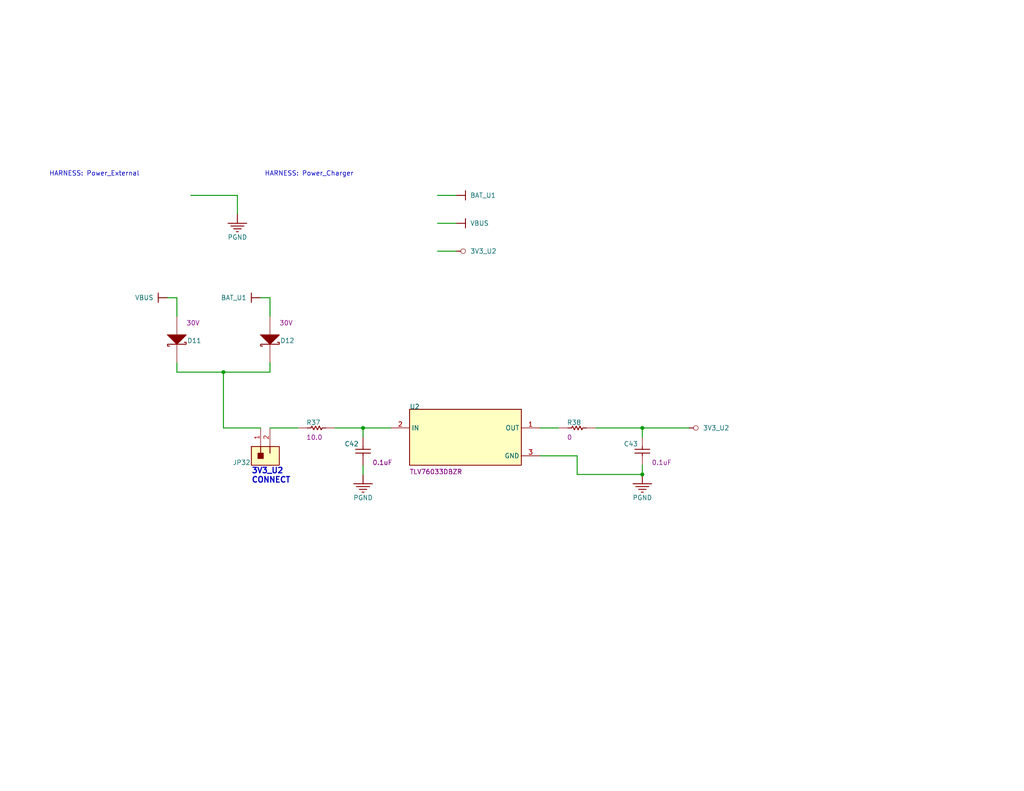
<source format=kicad_sch>
(kicad_sch (version 20211123) (generator eeschema)

  (uuid 955c3dd4-9ecb-4431-b5e7-31e5ef318d04)

  (paper "A")

  (lib_symbols
    (symbol "Top-altium-import:0_CMP-0017299-3" (in_bom yes) (on_board yes)
      (property "Reference" "" (id 0) (at 0 0 0)
        (effects (font (size 1.27 1.27)))
      )
      (property "Value" "0_CMP-0017299-3" (id 1) (at 0 0 0)
        (effects (font (size 1.27 1.27)))
      )
      (property "Footprint" "" (id 2) (at 0 0 0)
        (effects (font (size 1.27 1.27)) hide)
      )
      (property "Datasheet" "" (id 3) (at 0 0 0)
        (effects (font (size 1.27 1.27)) hide)
      )
      (property "ki_description" "RES, 10.0, 1%, 0.25 W, AEC-Q200 Grade 0, 1206" (id 4) (at 0 0 0)
        (effects (font (size 1.27 1.27)) hide)
      )
      (property "ki_fp_filters" "1206" (id 5) (at 0 0 0)
        (effects (font (size 1.27 1.27)) hide)
      )
      (symbol "0_CMP-0017299-3_1_0"
        (polyline
          (pts
            (xy 2.54 0)
            (xy 1.524 0)
            (xy 1.27 -0.508)
            (xy 0.762 0.508)
            (xy 0.254 -0.508)
            (xy -0.254 0.508)
            (xy -0.762 -0.508)
            (xy -1.27 0.508)
            (xy -1.524 0)
            (xy -2.54 0)
          )
          (stroke (width 0.254) (type default) (color 0 0 0 0))
          (fill (type none))
        )
        (pin passive line (at -5.08 0 0) (length 2.54)
          (name "1" (effects (font (size 0 0))))
          (number "1" (effects (font (size 0 0))))
        )
        (pin passive line (at 5.08 0 180) (length 2.54)
          (name "2" (effects (font (size 0 0))))
          (number "2" (effects (font (size 0 0))))
        )
      )
    )
    (symbol "Top-altium-import:0_CMP-0020833-2" (in_bom yes) (on_board yes)
      (property "Reference" "" (id 0) (at 0 0 0)
        (effects (font (size 1.27 1.27)))
      )
      (property "Value" "0_CMP-0020833-2" (id 1) (at 0 0 0)
        (effects (font (size 1.27 1.27)))
      )
      (property "Footprint" "" (id 2) (at 0 0 0)
        (effects (font (size 1.27 1.27)) hide)
      )
      (property "Datasheet" "" (id 3) (at 0 0 0)
        (effects (font (size 1.27 1.27)) hide)
      )
      (property "ki_description" "RES, 0, 1%, 0.5 W, 0805" (id 4) (at 0 0 0)
        (effects (font (size 1.27 1.27)) hide)
      )
      (property "ki_fp_filters" "5106" (id 5) (at 0 0 0)
        (effects (font (size 1.27 1.27)) hide)
      )
      (symbol "0_CMP-0020833-2_1_0"
        (polyline
          (pts
            (xy 2.54 0)
            (xy 1.524 0)
            (xy 1.27 -0.508)
            (xy 0.762 0.508)
            (xy 0.254 -0.508)
            (xy -0.254 0.508)
            (xy -0.762 -0.508)
            (xy -1.27 0.508)
            (xy -1.524 0)
            (xy -2.54 0)
          )
          (stroke (width 0.254) (type default) (color 0 0 0 0))
          (fill (type none))
        )
        (pin passive line (at -5.08 0 0) (length 2.54)
          (name "1" (effects (font (size 0 0))))
          (number "1" (effects (font (size 0 0))))
        )
        (pin passive line (at 5.08 0 180) (length 2.54)
          (name "2" (effects (font (size 0 0))))
          (number "2" (effects (font (size 0 0))))
        )
      )
    )
    (symbol "Top-altium-import:0_CMP-0074893-1" (in_bom yes) (on_board yes)
      (property "Reference" "" (id 0) (at 0 0 0)
        (effects (font (size 1.27 1.27)))
      )
      (property "Value" "0_CMP-0074893-1" (id 1) (at 0 0 0)
        (effects (font (size 1.27 1.27)))
      )
      (property "Footprint" "" (id 2) (at 0 0 0)
        (effects (font (size 1.27 1.27)) hide)
      )
      (property "Datasheet" "" (id 3) (at 0 0 0)
        (effects (font (size 1.27 1.27)) hide)
      )
      (property "ki_description" "100-mA, 30-V, Fixed-Output, Linear-Voltage Regulator, DBZ0003A (SOT-23-3)" (id 4) (at 0 0 0)
        (effects (font (size 1.27 1.27)) hide)
      )
      (property "ki_fp_filters" "DBZ0003A_N" (id 5) (at 0 0 0)
        (effects (font (size 1.27 1.27)) hide)
      )
      (symbol "0_CMP-0074893-1_1_0"
        (rectangle (start 15.24 7.62) (end -15.24 -7.62)
          (stroke (width 0.254) (type default) (color 0 0 0 0))
          (fill (type background))
        )
        (pin power_in line (at 20.32 2.54 180) (length 5.08)
          (name "OUT" (effects (font (size 1.27 1.27))))
          (number "1" (effects (font (size 1.27 1.27))))
        )
        (pin power_in line (at -20.32 2.54 0) (length 5.08)
          (name "IN" (effects (font (size 1.27 1.27))))
          (number "2" (effects (font (size 1.27 1.27))))
        )
        (pin power_in line (at 20.32 -5.08 180) (length 5.08)
          (name "GND" (effects (font (size 1.27 1.27))))
          (number "3" (effects (font (size 1.27 1.27))))
        )
      )
    )
    (symbol "Top-altium-import:1_CMP-0028455-2" (in_bom yes) (on_board yes)
      (property "Reference" "" (id 0) (at 0 0 0)
        (effects (font (size 1.27 1.27)))
      )
      (property "Value" "1_CMP-0028455-2" (id 1) (at 0 0 0)
        (effects (font (size 1.27 1.27)))
      )
      (property "Footprint" "" (id 2) (at 0 0 0)
        (effects (font (size 1.27 1.27)) hide)
      )
      (property "Datasheet" "" (id 3) (at 0 0 0)
        (effects (font (size 1.27 1.27)) hide)
      )
      (property "ki_description" "Diode, Schottky, 30 V, 0.2 A, SOD-323" (id 4) (at 0 0 0)
        (effects (font (size 1.27 1.27)) hide)
      )
      (property "ki_fp_filters" "SOD-323" (id 5) (at 0 0 0)
        (effects (font (size 1.27 1.27)) hide)
      )
      (symbol "1_CMP-0028455-2_1_0"
        (polyline
          (pts
            (xy -2.54 2.54)
            (xy 0 0)
            (xy 2.54 2.54)
            (xy -2.54 2.54)
          )
          (stroke (width 0.254) (type default) (color 0 0 0 0))
          (fill (type outline))
        )
        (polyline
          (pts
            (xy -2.032 -0.508)
            (xy -2.54 -0.508)
            (xy -2.54 0)
            (xy 2.54 0)
            (xy 2.54 0.508)
            (xy 2.032 0.508)
          )
          (stroke (width 0.254) (type default) (color 0 0 0 0))
          (fill (type none))
        )
        (pin passive line (at 0 -5.08 90) (length 5.08)
          (name "K" (effects (font (size 0 0))))
          (number "1" (effects (font (size 0 0))))
        )
        (pin passive line (at 0 7.62 270) (length 5.08)
          (name "A" (effects (font (size 0 0))))
          (number "2" (effects (font (size 0 0))))
        )
      )
    )
    (symbol "Top-altium-import:3V3_U2" (power) (in_bom yes) (on_board yes)
      (property "Reference" "#PWR" (id 0) (at 0 0 0)
        (effects (font (size 1.27 1.27)))
      )
      (property "Value" "3V3_U2" (id 1) (at 0 3.81 0)
        (effects (font (size 1.27 1.27)))
      )
      (property "Footprint" "" (id 2) (at 0 0 0)
        (effects (font (size 1.27 1.27)) hide)
      )
      (property "Datasheet" "" (id 3) (at 0 0 0)
        (effects (font (size 1.27 1.27)) hide)
      )
      (property "ki_keywords" "power-flag" (id 4) (at 0 0 0)
        (effects (font (size 1.27 1.27)) hide)
      )
      (property "ki_description" "Power symbol creates a global label with name '3V3_U2'" (id 5) (at 0 0 0)
        (effects (font (size 1.27 1.27)) hide)
      )
      (symbol "3V3_U2_0_0"
        (circle (center 0 -1.905) (radius 0.635)
          (stroke (width 0.127) (type default) (color 0 0 0 0))
          (fill (type none))
        )
        (polyline
          (pts
            (xy 0 0)
            (xy 0 -1.27)
          )
          (stroke (width 0.254) (type default) (color 0 0 0 0))
          (fill (type none))
        )
        (pin power_in line (at 0 0 0) (length 0) hide
          (name "3V3_U2" (effects (font (size 1.27 1.27))))
          (number "" (effects (font (size 1.27 1.27))))
        )
      )
    )
    (symbol "Top-altium-import:3_CMP-0006607-2" (in_bom yes) (on_board yes)
      (property "Reference" "" (id 0) (at 0 0 0)
        (effects (font (size 1.27 1.27)))
      )
      (property "Value" "3_CMP-0006607-2" (id 1) (at 0 0 0)
        (effects (font (size 1.27 1.27)))
      )
      (property "Footprint" "" (id 2) (at 0 0 0)
        (effects (font (size 1.27 1.27)) hide)
      )
      (property "Datasheet" "" (id 3) (at 0 0 0)
        (effects (font (size 1.27 1.27)) hide)
      )
      (property "ki_description" "CAP, CERM, 0.1 uF, 25 V, +/- 10%, X5R, 0402" (id 4) (at 0 0 0)
        (effects (font (size 1.27 1.27)) hide)
      )
      (property "ki_fp_filters" "0402L" (id 5) (at 0 0 0)
        (effects (font (size 1.27 1.27)) hide)
      )
      (symbol "3_CMP-0006607-2_1_0"
        (polyline
          (pts
            (xy 0 -2.54)
            (xy 0 -1.778)
          )
          (stroke (width 0.254) (type default) (color 0 0 0 0))
          (fill (type none))
        )
        (polyline
          (pts
            (xy 0 0)
            (xy 0 -0.762)
          )
          (stroke (width 0.254) (type default) (color 0 0 0 0))
          (fill (type none))
        )
        (polyline
          (pts
            (xy 2.032 -1.778)
            (xy -2.032 -1.778)
          )
          (stroke (width 0.254) (type default) (color 0 0 0 0))
          (fill (type none))
        )
        (polyline
          (pts
            (xy 2.032 -0.762)
            (xy -2.032 -0.762)
          )
          (stroke (width 0.254) (type default) (color 0 0 0 0))
          (fill (type none))
        )
        (pin passive line (at 0 -5.08 90) (length 2.54)
          (name "1" (effects (font (size 0 0))))
          (number "1" (effects (font (size 0 0))))
        )
        (pin passive line (at 0 2.54 270) (length 2.54)
          (name "2" (effects (font (size 0 0))))
          (number "2" (effects (font (size 0 0))))
        )
      )
    )
    (symbol "Top-altium-import:3_mirrored_CMP-0002337-1" (in_bom yes) (on_board yes)
      (property "Reference" "" (id 0) (at 0 0 0)
        (effects (font (size 1.27 1.27)))
      )
      (property "Value" "3_mirrored_CMP-0002337-1" (id 1) (at 0 0 0)
        (effects (font (size 1.27 1.27)))
      )
      (property "Footprint" "" (id 2) (at 0 0 0)
        (effects (font (size 1.27 1.27)) hide)
      )
      (property "Datasheet" "" (id 3) (at 0 0 0)
        (effects (font (size 1.27 1.27)) hide)
      )
      (property "ki_description" "Header, 100mil, 2x1, Tin, TH" (id 4) (at 0 0 0)
        (effects (font (size 1.27 1.27)) hide)
      )
      (property "ki_fp_filters" "CONN_PEC02SAAN" (id 5) (at 0 0 0)
        (effects (font (size 1.27 1.27)) hide)
      )
      (symbol "3_mirrored_CMP-0002337-1_1_0"
        (polyline
          (pts
            (xy 0 0)
            (xy 0 -1.778)
          )
          (stroke (width 0.254) (type default) (color 0 0 0 0))
          (fill (type none))
        )
        (polyline
          (pts
            (xy 2.54 0)
            (xy 2.54 -1.778)
          )
          (stroke (width 0.254) (type default) (color 0 0 0 0))
          (fill (type none))
        )
        (rectangle (start 0.762 -1.778) (end -0.762 -3.302)
          (stroke (width 0) (type default) (color 0 0 0 0))
          (fill (type outline))
        )
        (rectangle (start 5.08 0) (end -2.54 -5.08)
          (stroke (width 0.254) (type default) (color 0 0 0 0))
          (fill (type background))
        )
        (pin passive line (at 0 5.08 270) (length 5.08)
          (name "1" (effects (font (size 0 0))))
          (number "1" (effects (font (size 1.27 1.27))))
        )
        (pin passive line (at 2.54 5.08 270) (length 5.08)
          (name "2" (effects (font (size 0 0))))
          (number "2" (effects (font (size 1.27 1.27))))
        )
      )
    )
    (symbol "Top-altium-import:BAT_U1" (power) (in_bom yes) (on_board yes)
      (property "Reference" "#PWR" (id 0) (at 0 0 0)
        (effects (font (size 1.27 1.27)))
      )
      (property "Value" "BAT_U1" (id 1) (at 0 3.81 0)
        (effects (font (size 1.27 1.27)))
      )
      (property "Footprint" "" (id 2) (at 0 0 0)
        (effects (font (size 1.27 1.27)) hide)
      )
      (property "Datasheet" "" (id 3) (at 0 0 0)
        (effects (font (size 1.27 1.27)) hide)
      )
      (property "ki_keywords" "power-flag" (id 4) (at 0 0 0)
        (effects (font (size 1.27 1.27)) hide)
      )
      (property "ki_description" "Power symbol creates a global label with name 'BAT_U1'" (id 5) (at 0 0 0)
        (effects (font (size 1.27 1.27)) hide)
      )
      (symbol "BAT_U1_0_0"
        (polyline
          (pts
            (xy -1.27 -2.54)
            (xy 1.27 -2.54)
          )
          (stroke (width 0.254) (type default) (color 0 0 0 0))
          (fill (type none))
        )
        (polyline
          (pts
            (xy 0 0)
            (xy 0 -2.54)
          )
          (stroke (width 0.254) (type default) (color 0 0 0 0))
          (fill (type none))
        )
        (pin power_in line (at 0 0 0) (length 0) hide
          (name "BAT_U1" (effects (font (size 1.27 1.27))))
          (number "" (effects (font (size 1.27 1.27))))
        )
      )
    )
    (symbol "Top-altium-import:PGND" (power) (in_bom yes) (on_board yes)
      (property "Reference" "#PWR" (id 0) (at 0 0 0)
        (effects (font (size 1.27 1.27)))
      )
      (property "Value" "PGND" (id 1) (at 0 6.35 0)
        (effects (font (size 1.27 1.27)))
      )
      (property "Footprint" "" (id 2) (at 0 0 0)
        (effects (font (size 1.27 1.27)) hide)
      )
      (property "Datasheet" "" (id 3) (at 0 0 0)
        (effects (font (size 1.27 1.27)) hide)
      )
      (property "ki_keywords" "power-flag" (id 4) (at 0 0 0)
        (effects (font (size 1.27 1.27)) hide)
      )
      (property "ki_description" "Power symbol creates a global label with name 'PGND'" (id 5) (at 0 0 0)
        (effects (font (size 1.27 1.27)) hide)
      )
      (symbol "PGND_0_0"
        (polyline
          (pts
            (xy -2.54 -2.54)
            (xy 2.54 -2.54)
          )
          (stroke (width 0.254) (type default) (color 0 0 0 0))
          (fill (type none))
        )
        (polyline
          (pts
            (xy -1.778 -3.302)
            (xy 1.778 -3.302)
          )
          (stroke (width 0.254) (type default) (color 0 0 0 0))
          (fill (type none))
        )
        (polyline
          (pts
            (xy -1.016 -4.064)
            (xy 1.016 -4.064)
          )
          (stroke (width 0.254) (type default) (color 0 0 0 0))
          (fill (type none))
        )
        (polyline
          (pts
            (xy -0.254 -4.826)
            (xy 0.254 -4.826)
          )
          (stroke (width 0.254) (type default) (color 0 0 0 0))
          (fill (type none))
        )
        (polyline
          (pts
            (xy 0 0)
            (xy 0 -2.54)
          )
          (stroke (width 0.254) (type default) (color 0 0 0 0))
          (fill (type none))
        )
        (pin power_in line (at 0 0 0) (length 0) hide
          (name "PGND" (effects (font (size 1.27 1.27))))
          (number "" (effects (font (size 1.27 1.27))))
        )
      )
    )
    (symbol "Top-altium-import:VBUS" (power) (in_bom yes) (on_board yes)
      (property "Reference" "#PWR" (id 0) (at 0 0 0)
        (effects (font (size 1.27 1.27)))
      )
      (property "Value" "VBUS" (id 1) (at 0 3.81 0)
        (effects (font (size 1.27 1.27)))
      )
      (property "Footprint" "" (id 2) (at 0 0 0)
        (effects (font (size 1.27 1.27)) hide)
      )
      (property "Datasheet" "" (id 3) (at 0 0 0)
        (effects (font (size 1.27 1.27)) hide)
      )
      (property "ki_keywords" "power-flag" (id 4) (at 0 0 0)
        (effects (font (size 1.27 1.27)) hide)
      )
      (property "ki_description" "Power symbol creates a global label with name 'VBUS'" (id 5) (at 0 0 0)
        (effects (font (size 1.27 1.27)) hide)
      )
      (symbol "VBUS_0_0"
        (polyline
          (pts
            (xy -1.27 -2.54)
            (xy 1.27 -2.54)
          )
          (stroke (width 0.254) (type default) (color 0 0 0 0))
          (fill (type none))
        )
        (polyline
          (pts
            (xy 0 0)
            (xy 0 -2.54)
          )
          (stroke (width 0.254) (type default) (color 0 0 0 0))
          (fill (type none))
        )
        (pin power_in line (at 0 0 0) (length 0) hide
          (name "VBUS" (effects (font (size 1.27 1.27))))
          (number "" (effects (font (size 1.27 1.27))))
        )
      )
    )
  )

  (junction (at 175.26 116.84) (diameter 0) (color 0 0 0 0)
    (uuid 440a9c52-8cd1-4c3a-afef-e3c04f9e687a)
  )
  (junction (at 175.26 129.54) (diameter 0) (color 0 0 0 0)
    (uuid 8d1a832b-c84f-4c84-8d10-e2723406770d)
  )
  (junction (at 60.96 101.6) (diameter 0) (color 0 0 0 0)
    (uuid c7724599-2628-4cfd-9c1b-6a0d30b20ab4)
  )
  (junction (at 99.06 116.84) (diameter 0) (color 0 0 0 0)
    (uuid c8f403b0-403f-475d-9998-0cd58ae9af20)
  )

  (wire (pts (xy 175.26 116.84) (xy 175.26 119.38))
    (stroke (width 0.254) (type default) (color 0 0 0 0))
    (uuid 0d98f807-f628-45b5-9e49-5841d9d08a7d)
  )
  (wire (pts (xy 162.56 116.84) (xy 175.26 116.84))
    (stroke (width 0.254) (type default) (color 0 0 0 0))
    (uuid 0e768c59-91f5-4ebb-aa5c-50705a1751e1)
  )
  (wire (pts (xy 64.77 58.42) (xy 64.77 53.34))
    (stroke (width 0.254) (type default) (color 0 0 0 0))
    (uuid 0ff960a2-e535-4979-bb63-e9add5813571)
  )
  (wire (pts (xy 71.12 81.28) (xy 73.66 81.28))
    (stroke (width 0.254) (type default) (color 0 0 0 0))
    (uuid 14ba4648-81e0-4bf0-b533-90c633d8e320)
  )
  (wire (pts (xy 45.72 81.28) (xy 48.26 81.28))
    (stroke (width 0.254) (type default) (color 0 0 0 0))
    (uuid 21cb54fd-83ba-4b70-a7fe-2af3593c1e6e)
  )
  (wire (pts (xy 124.46 60.96) (xy 119.38 60.96))
    (stroke (width 0.254) (type default) (color 0 0 0 0))
    (uuid 21d09728-5cff-4458-a44d-a1615427e12f)
  )
  (wire (pts (xy 99.06 127) (xy 99.06 129.54))
    (stroke (width 0.254) (type default) (color 0 0 0 0))
    (uuid 2496b4df-cd94-426a-9c0d-645d5309cc29)
  )
  (wire (pts (xy 60.96 101.6) (xy 60.96 116.84))
    (stroke (width 0.254) (type default) (color 0 0 0 0))
    (uuid 289350be-20c0-403d-82de-e1c4824e8bd0)
  )
  (wire (pts (xy 106.68 116.84) (xy 99.06 116.84))
    (stroke (width 0.254) (type default) (color 0 0 0 0))
    (uuid 2a1c582f-2a8f-46be-943b-a19210bafb26)
  )
  (wire (pts (xy 60.96 101.6) (xy 48.26 101.6))
    (stroke (width 0.254) (type default) (color 0 0 0 0))
    (uuid 2e659b96-6f02-4491-a374-f86894454697)
  )
  (wire (pts (xy 81.28 116.84) (xy 73.66 116.84))
    (stroke (width 0.254) (type default) (color 0 0 0 0))
    (uuid 4ee42bb6-a431-4fd0-8511-e82c0d901863)
  )
  (wire (pts (xy 48.26 101.6) (xy 48.26 99.06))
    (stroke (width 0.254) (type default) (color 0 0 0 0))
    (uuid 4fcf46ab-7024-426f-a304-a318752dc650)
  )
  (wire (pts (xy 48.26 81.28) (xy 48.26 86.36))
    (stroke (width 0.254) (type default) (color 0 0 0 0))
    (uuid 558db20c-fca8-4177-98b3-411ddb64c160)
  )
  (wire (pts (xy 119.38 53.34) (xy 124.46 53.34))
    (stroke (width 0.254) (type default) (color 0 0 0 0))
    (uuid 6767fbc9-efbe-4e2a-acd9-c9171bdc449e)
  )
  (wire (pts (xy 64.77 53.34) (xy 52.07 53.34))
    (stroke (width 0.254) (type default) (color 0 0 0 0))
    (uuid 69dd1d4b-1482-44f3-9016-029cf525716e)
  )
  (wire (pts (xy 73.66 81.28) (xy 73.66 86.36))
    (stroke (width 0.254) (type default) (color 0 0 0 0))
    (uuid 8095e9a7-a8dc-41f7-a992-dd598fd86322)
  )
  (wire (pts (xy 157.48 129.54) (xy 175.26 129.54))
    (stroke (width 0.254) (type default) (color 0 0 0 0))
    (uuid 80d0941f-3b5f-4b5e-9696-112ed0f23a5b)
  )
  (wire (pts (xy 99.06 119.38) (xy 99.06 116.84))
    (stroke (width 0.254) (type default) (color 0 0 0 0))
    (uuid 873b8790-aa11-4b06-abe0-3b1725ff126c)
  )
  (wire (pts (xy 147.32 116.84) (xy 152.4 116.84))
    (stroke (width 0.254) (type default) (color 0 0 0 0))
    (uuid 8ec4c9c5-67a0-4ce8-8973-e5ced857e7ce)
  )
  (wire (pts (xy 175.26 116.84) (xy 187.96 116.84))
    (stroke (width 0.254) (type default) (color 0 0 0 0))
    (uuid ab51d2fc-4834-46b5-ba8d-e57ff2372f45)
  )
  (wire (pts (xy 73.66 99.06) (xy 73.66 101.6))
    (stroke (width 0.254) (type default) (color 0 0 0 0))
    (uuid b1f7849c-8f9b-478f-88af-a6a298285a31)
  )
  (wire (pts (xy 147.32 124.46) (xy 157.48 124.46))
    (stroke (width 0.254) (type default) (color 0 0 0 0))
    (uuid bb74ed1c-f079-4c43-9a36-88d6b31cccc6)
  )
  (wire (pts (xy 175.26 129.54) (xy 175.26 127))
    (stroke (width 0.254) (type default) (color 0 0 0 0))
    (uuid dd4c7de0-1e5d-4627-b745-c11ab23cbcf0)
  )
  (wire (pts (xy 157.48 124.46) (xy 157.48 129.54))
    (stroke (width 0.254) (type default) (color 0 0 0 0))
    (uuid ebdd575e-0754-42e6-a44b-fea0f174e845)
  )
  (wire (pts (xy 60.96 116.84) (xy 71.12 116.84))
    (stroke (width 0.254) (type default) (color 0 0 0 0))
    (uuid ef96edc4-ad2f-4d1c-bf05-0013ec2e979b)
  )
  (wire (pts (xy 73.66 101.6) (xy 60.96 101.6))
    (stroke (width 0.254) (type default) (color 0 0 0 0))
    (uuid efcbfdc3-d41b-4ec7-b71b-acb970b9c3f4)
  )
  (wire (pts (xy 99.06 116.84) (xy 91.44 116.84))
    (stroke (width 0.254) (type default) (color 0 0 0 0))
    (uuid f19e385d-0135-4ce6-b2c5-eb83c552c569)
  )
  (wire (pts (xy 124.46 68.58) (xy 119.38 68.58))
    (stroke (width 0.254) (type default) (color 0 0 0 0))
    (uuid f57017a9-b4d0-4c66-8264-3c8df031de4e)
  )

  (text "HARNESS: Power_Charger" (at 96.52 48.26 180)
    (effects (font (size 1.27 1.27)) (justify right bottom))
    (uuid 3b1f6330-05b4-43f5-9477-cf3d705f9b10)
  )
  (text "CONNECT" (at 68.58 132.08 180)
    (effects (font (size 1.524 1.524) bold) (justify left bottom))
    (uuid 63428d20-fe4d-4281-baf8-893061db79cf)
  )
  (text "HARNESS: Power_External" (at 38.1 48.26 180)
    (effects (font (size 1.27 1.27)) (justify right bottom))
    (uuid 9fb9deec-32b2-4fa2-917c-ed75f855d26c)
  )
  (text "3V3_U2" (at 68.58 129.54 180)
    (effects (font (size 1.524 1.524) bold) (justify left bottom))
    (uuid a70bab8b-37bb-437d-ac33-ff67df8148d8)
  )

  (symbol (lib_id "Top-altium-import:0_CMP-0020833-2") (at 157.48 116.84 0) (unit 1)
    (in_bom yes) (on_board yes)
    (uuid 02dc5e92-0842-4d6f-ad0a-567afa53a6e5)
    (property "Reference" "R38" (id 0) (at 154.686 116.078 0)
      (effects (font (size 1.27 1.27)) (justify left bottom))
    )
    (property "Value" "5106" (id 1) (at 156.21 120.65 0)
      (effects (font (size 1.27 1.27)) (justify left bottom) hide)
    )
    (property "Footprint" "AltiumImports:5106" (id 2) (at 157.48 116.84 0)
      (effects (font (size 1.27 1.27)) hide)
    )
    (property "Datasheet" "" (id 3) (at 157.48 116.84 0)
      (effects (font (size 1.27 1.27)) hide)
    )
    (property "POWER_W" "500mW" (id 4) (at 151.892 116.078 0)
      (effects (font (size 1.27 1.27)) (justify left bottom) hide)
    )
    (property "PUBLISHER" "Texas Instruments" (id 5) (at 151.892 116.078 0)
      (effects (font (size 1.27 1.27)) (justify left bottom) hide)
    )
    (property "TEMPCO" "ppm/C" (id 6) (at 151.892 116.078 0)
      (effects (font (size 1.27 1.27)) (justify left bottom) hide)
    )
    (property "PUBLISHED" "2008-06-26" (id 7) (at 151.892 116.078 0)
      (effects (font (size 1.27 1.27)) (justify left bottom) hide)
    )
    (property "VALUE_CODE" "0" (id 8) (at 151.892 116.078 0)
      (effects (font (size 1.27 1.27)) (justify left bottom) hide)
    )
    (property "ROHS" "Y" (id 9) (at 151.892 116.078 0)
      (effects (font (size 1.27 1.27)) (justify left bottom) hide)
    )
    (property "VALUE1" "1%" (id 10) (at 151.892 116.078 0)
      (effects (font (size 1.27 1.27)) (justify left bottom) hide)
    )
    (property "MOUNTTYPE" "SMT" (id 11) (at 151.892 116.078 0)
      (effects (font (size 1.27 1.27)) (justify left bottom) hide)
    )
    (property "U/M" "EA" (id 12) (at 151.892 116.078 0)
      (effects (font (size 1.27 1.27)) (justify left bottom) hide)
    )
    (property "ALTIUM_VALUE" "0" (id 13) (at 151.892 116.078 0)
      (effects (font (size 1.27 1.27)) (justify left bottom) hide)
    )
    (property "SUPPLIER 1" "Digi-Key" (id 14) (at 151.892 116.078 0)
      (effects (font (size 1.27 1.27)) (justify left bottom) hide)
    )
    (property "MANUFACTURER" "Keystone" (id 15) (at 151.892 116.078 0)
      (effects (font (size 1.27 1.27)) (justify left bottom) hide)
    )
    (property "PACKAGEREFERENCE" "0805" (id 16) (at 151.892 116.078 0)
      (effects (font (size 1.27 1.27)) (justify left bottom) hide)
    )
    (property "TOLERANCE_%" "1%" (id 17) (at 151.892 116.078 0)
      (effects (font (size 1.27 1.27)) (justify left bottom) hide)
    )
    (property "RES_OHM" "0" (id 18) (at 151.892 116.078 0)
      (effects (font (size 1.27 1.27)) (justify left bottom) hide)
    )
    (property "SIZEX_MM" "2" (id 19) (at 151.892 116.078 0)
      (effects (font (size 1.27 1.27)) (justify left bottom) hide)
    )
    (property "SIZEY_MM" "1.25" (id 20) (at 151.892 116.078 0)
      (effects (font (size 1.27 1.27)) (justify left bottom) hide)
    )
    (property "SIZEZ_MM" "0.84" (id 21) (at 151.892 116.078 0)
      (effects (font (size 1.27 1.27)) (justify left bottom) hide)
    )
    (property "VALUE2" "0.5W" (id 22) (at 151.892 116.078 0)
      (effects (font (size 1.27 1.27)) (justify left bottom) hide)
    )
    (property "SIZEAREA_MM2" "2.5" (id 23) (at 151.892 116.078 0)
      (effects (font (size 1.27 1.27)) (justify left bottom) hide)
    )
    (property "COMPTYPE" "Resistor" (id 24) (at 151.892 116.078 0)
      (effects (font (size 1.27 1.27)) (justify left bottom) hide)
    )
    (property "LATESTREVISIONDATE" "2017-03-09" (id 25) (at 151.892 116.078 0)
      (effects (font (size 1.27 1.27)) (justify left bottom) hide)
    )
    (property "PARTNUMBER" "5106" (id 26) (at 151.892 116.078 0)
      (effects (font (size 1.27 1.27)) (justify left bottom) hide)
    )
    (property "AEC QUALIFIED" "N" (id 27) (at 151.892 116.078 0)
      (effects (font (size 1.27 1.27)) (justify left bottom) hide)
    )
    (property "COMPONENTLINK1DESCRIPTION" "Datasheet link" (id 28) (at 151.892 116.078 0)
      (effects (font (size 1.27 1.27)) (justify left bottom) hide)
    )
    (property "AEC GRADE" "N/A" (id 29) (at 151.892 116.078 0)
      (effects (font (size 1.27 1.27)) (justify left bottom) hide)
    )
    (property "SUPPLIER PART NUMBER 1" "36-5106CT-ND" (id 30) (at 151.892 116.078 0)
      (effects (font (size 1.27 1.27)) (justify left bottom) hide)
    )
    (property "AEC CATEGORY" "Q200" (id 31) (at 151.892 116.078 0)
      (effects (font (size 1.27 1.27)) (justify left bottom) hide)
    )
    (property "TECHNOLOGY" "Metal Element" (id 32) (at 151.892 116.078 0)
      (effects (font (size 1.27 1.27)) (justify left bottom) hide)
    )
    (property "VALUEDISPLAYED" "0" (id 33) (at 154.686 120.142 0)
      (effects (font (size 1.27 1.27)) (justify left bottom))
    )
    (property "COMPONENTLINK1URL" "http://www.keyelco.com/product-pdf.cfm?p=14039" (id 34) (at 151.892 113.538 0)
      (effects (font (size 1.27 1.27)) (justify left bottom) hide)
    )
    (property "ALTERNATE MANUFACTURER" "" (id 35) (at 151.892 113.538 0)
      (effects (font (size 1.27 1.27)) (justify left bottom) hide)
    )
    (property "ALTERNATE PARTNUMBER" "" (id 36) (at 151.892 113.538 0)
      (effects (font (size 1.27 1.27)) (justify left bottom) hide)
    )
    (property "EIA_CODE" "" (id 37) (at 151.892 113.538 0)
      (effects (font (size 1.27 1.27)) (justify left bottom) hide)
    )
    (property "SUPPLIER 2" "" (id 38) (at 151.892 113.538 0)
      (effects (font (size 1.27 1.27)) (justify left bottom) hide)
    )
    (property "SUPPLIER 3" "" (id 39) (at 151.892 113.538 0)
      (effects (font (size 1.27 1.27)) (justify left bottom) hide)
    )
    (property "SUPPLIER PART NUMBER 2" "" (id 40) (at 151.892 113.538 0)
      (effects (font (size 1.27 1.27)) (justify left bottom) hide)
    )
    (property "SUPPLIER PART NUMBER 3" "" (id 41) (at 151.892 113.538 0)
      (effects (font (size 1.27 1.27)) (justify left bottom) hide)
    )
    (property "VDC_V" "" (id 42) (at 151.892 113.538 0)
      (effects (font (size 1.27 1.27)) (justify left bottom) hide)
    )
    (pin "1" (uuid d4002f7d-2931-45d2-abca-9d2ede828f33))
    (pin "2" (uuid 35c4d404-5fa3-4a4b-97c2-45d2a33b5a13))
  )

  (symbol (lib_id "Top-altium-import:3V3_U2") (at 124.46 68.58 90) (unit 1)
    (in_bom yes) (on_board yes)
    (uuid 03c3929a-bbd4-44ae-a1e9-64bb8d755118)
    (property "Reference" "#PWR0253" (id 0) (at 124.46 68.58 0)
      (effects (font (size 1.27 1.27)) hide)
    )
    (property "Value" "3V3_U2" (id 1) (at 128.27 68.58 90)
      (effects (font (size 1.27 1.27)) (justify right))
    )
    (property "Footprint" "" (id 2) (at 124.46 68.58 0)
      (effects (font (size 1.27 1.27)) hide)
    )
    (property "Datasheet" "" (id 3) (at 124.46 68.58 0)
      (effects (font (size 1.27 1.27)) hide)
    )
    (pin "" (uuid e67ac257-97d8-4418-9348-b57e304cb88f))
  )

  (symbol (lib_id "Top-altium-import:1_CMP-0028455-2") (at 73.66 93.98 0) (unit 1)
    (in_bom yes) (on_board yes)
    (uuid 041efd85-430c-43ca-ba02-58c4ee05ffa6)
    (property "Reference" "D12" (id 0) (at 76.454 93.726 0)
      (effects (font (size 1.27 1.27)) (justify left bottom))
    )
    (property "Value" "BAT54HT1G" (id 1) (at 76.454 96.266 0)
      (effects (font (size 1.27 1.27)) (justify left bottom) hide)
    )
    (property "Footprint" "AltiumImports:SOD-323" (id 2) (at 73.66 93.98 0)
      (effects (font (size 1.27 1.27)) hide)
    )
    (property "Datasheet" "" (id 3) (at 73.66 93.98 0)
      (effects (font (size 1.27 1.27)) hide)
    )
    (property "COMPONENTLINK1DESCRIPTION" "Datasheet link" (id 4) (at 70.866 85.852 0)
      (effects (font (size 1.27 1.27)) (justify left bottom) hide)
    )
    (property "COMPTYPE" "Diode" (id 5) (at 70.866 85.852 0)
      (effects (font (size 1.27 1.27)) (justify left bottom) hide)
    )
    (property "VR_V" "30V" (id 6) (at 76.2 88.9 0)
      (effects (font (size 1.27 1.27)) (justify left bottom))
    )
    (property "MOUNTTYPE" "SMT" (id 7) (at 70.866 85.852 0)
      (effects (font (size 1.27 1.27)) (justify left bottom) hide)
    )
    (property "ALTIUM_VALUE" "30V" (id 8) (at 70.866 85.852 0)
      (effects (font (size 1.27 1.27)) (justify left bottom) hide)
    )
    (property "RJC_CPERW" "" (id 9) (at 70.866 85.852 0)
      (effects (font (size 1.27 1.27)) (justify left bottom) hide)
    )
    (property "SIZEZ_MM" "1" (id 10) (at 70.866 85.852 0)
      (effects (font (size 1.27 1.27)) (justify left bottom) hide)
    )
    (property "COMPONENTLINK1URL" "http://www.onsemi.com/pub/Collateral/BAT54HT1-D.PDF" (id 11) (at 70.866 85.852 0)
      (effects (font (size 1.27 1.27)) (justify left bottom) hide)
    )
    (property "ALTERNATE MANUFACTURER" "" (id 12) (at 70.866 85.852 0)
      (effects (font (size 1.27 1.27)) (justify left bottom) hide)
    )
    (property "GREEN_EU ROHS" "Passed" (id 13) (at 70.866 85.852 0)
      (effects (font (size 1.27 1.27)) (justify left bottom) hide)
    )
    (property "VALUE1" "0.2A" (id 14) (at 70.866 85.852 0)
      (effects (font (size 1.27 1.27)) (justify left bottom) hide)
    )
    (property "ALTERNATE PARTNUMBER" "" (id 15) (at 70.866 85.852 0)
      (effects (font (size 1.27 1.27)) (justify left bottom) hide)
    )
    (property "SIZEAREAWB_MM2" "8.695" (id 16) (at 70.866 85.852 0)
      (effects (font (size 1.27 1.27)) (justify left bottom) hide)
    )
    (property "VF_V" "350mV" (id 17) (at 70.866 85.852 0)
      (effects (font (size 1.27 1.27)) (justify left bottom) hide)
    )
    (property "TYPE" "Schottky" (id 18) (at 70.866 85.852 0)
      (effects (font (size 1.27 1.27)) (justify left bottom) hide)
    )
    (property "IO_A" "200mA" (id 19) (at 70.866 85.852 0)
      (effects (font (size 1.27 1.27)) (justify left bottom) hide)
    )
    (property "SIZEX_MM" "2.7" (id 20) (at 70.866 85.852 0)
      (effects (font (size 1.27 1.27)) (justify left bottom) hide)
    )
    (property "ROHS" "" (id 21) (at 70.866 85.852 0)
      (effects (font (size 1.27 1.27)) (justify left bottom) hide)
    )
    (property "SIZEY_MM" "1.35" (id 22) (at 70.866 85.852 0)
      (effects (font (size 1.27 1.27)) (justify left bottom) hide)
    )
    (property "GREEN_LIFECYCLE" "Active" (id 23) (at 70.866 85.852 0)
      (effects (font (size 1.27 1.27)) (justify left bottom) hide)
    )
    (property "GREEN_EU ROHS-2" "Passed" (id 24) (at 70.866 85.852 0)
      (effects (font (size 1.27 1.27)) (justify left bottom) hide)
    )
    (property "PACKAGEREFERENCE" "SOD-323" (id 25) (at 70.866 85.852 0)
      (effects (font (size 1.27 1.27)) (justify left bottom) hide)
    )
    (property "PARTNUMBER" "BAT54HT1G" (id 26) (at 70.866 85.852 0)
      (effects (font (size 1.27 1.27)) (justify left bottom) hide)
    )
    (property "TJMAX_C" "" (id 27) (at 70.866 85.852 0)
      (effects (font (size 1.27 1.27)) (justify left bottom) hide)
    )
    (property "AEC CATEGORY" "Q101" (id 28) (at 70.866 85.852 0)
      (effects (font (size 1.27 1.27)) (justify left bottom) hide)
    )
    (property "MANUFACTURER" "ON Semiconductor" (id 29) (at 70.866 85.852 0)
      (effects (font (size 1.27 1.27)) (justify left bottom) hide)
    )
    (property "AEC QUALIFIED" "?" (id 30) (at 70.866 85.852 0)
      (effects (font (size 1.27 1.27)) (justify left bottom) hide)
    )
    (property "VALUE2" "0.35V" (id 31) (at 70.866 85.852 0)
      (effects (font (size 1.27 1.27)) (justify left bottom) hide)
    )
    (property "SIZEAREA_MM2" "3.645" (id 32) (at 70.866 85.852 0)
      (effects (font (size 1.27 1.27)) (justify left bottom) hide)
    )
    (property "GREEN_REACH" "Passed" (id 33) (at 70.866 85.852 0)
      (effects (font (size 1.27 1.27)) (justify left bottom) hide)
    )
    (pin "1" (uuid 2df2fb11-ec41-416c-a747-c41e2f092304))
    (pin "2" (uuid b2850ff4-4b26-4b79-8a87-7c31fa2911a0))
  )

  (symbol (lib_id "Top-altium-import:3_mirrored_CMP-0002337-1") (at 71.12 121.92 0) (unit 1)
    (in_bom yes) (on_board yes)
    (uuid 063cf998-b4a2-42bc-a5c7-a7030eaab0f1)
    (property "Reference" "JP32" (id 0) (at 63.5 127 0)
      (effects (font (size 1.27 1.27)) (justify left bottom))
    )
    (property "Value" "Header_2x1" (id 1) (at 68.58 116.332 0)
      (effects (font (size 1.27 1.27)) (justify left bottom) hide)
    )
    (property "Footprint" "AltiumImports:CONN_PEC02SAAN" (id 2) (at 71.12 121.92 0)
      (effects (font (size 1.27 1.27)) hide)
    )
    (property "Datasheet" "" (id 3) (at 71.12 121.92 0)
      (effects (font (size 1.27 1.27)) hide)
    )
    (property "PARTNUMBER" "PEC02SAAN" (id 4) (at 68.58 116.332 0)
      (effects (font (size 1.27 1.27)) (justify left bottom) hide)
    )
    (property "MANUFACTURER" "Sullins Connector Solutions" (id 5) (at 68.58 116.332 0)
      (effects (font (size 1.27 1.27)) (justify left bottom) hide)
    )
    (property "PACKAGEREFERENCE" "Header, 2 PIN, 100mil, Tin" (id 6) (at 68.58 116.332 0)
      (effects (font (size 1.27 1.27)) (justify left bottom) hide)
    )
    (property "COMPTYPE" "Header" (id 7) (at 68.58 116.332 0)
      (effects (font (size 1.27 1.27)) (justify left bottom) hide)
    )
    (property "ROHS" "Y" (id 8) (at 68.58 116.332 0)
      (effects (font (size 1.27 1.27)) (justify left bottom) hide)
    )
    (property "MOUNTTYPE" "TH" (id 9) (at 68.58 116.332 0)
      (effects (font (size 1.27 1.27)) (justify left bottom) hide)
    )
    (property "COMPONENTLINK1DESCRIPTION" "Datasheet URL" (id 10) (at 68.58 116.332 0)
      (effects (font (size 1.27 1.27)) (justify left bottom) hide)
    )
    (property "COMPONENTLINK1URL" "http://www.sullinscorp.com/catalogs/77_PAGE108-109_.100_MALE_HDR.pdf" (id 11) (at 68.58 116.332 0)
      (effects (font (size 1.27 1.27)) (justify left bottom) hide)
    )
    (property "PUBLISHER" "Texas Instruments" (id 12) (at 68.58 116.332 0)
      (effects (font (size 1.27 1.27)) (justify left bottom) hide)
    )
    (property "LATESTREVISIONDATE" "26/05/2017" (id 13) (at 68.58 116.332 0)
      (effects (font (size 1.27 1.27)) (justify left bottom) hide)
    )
    (property "ALTERNATE MANUFACTURER" "" (id 14) (at 68.58 116.332 0)
      (effects (font (size 1.27 1.27)) (justify left bottom) hide)
    )
    (property "ALTERNATE PARTNUMBER" "" (id 15) (at 68.58 116.332 0)
      (effects (font (size 1.27 1.27)) (justify left bottom) hide)
    )
    (property "SUPPLIER 1" "Digi-Key" (id 16) (at 68.58 116.332 0)
      (effects (font (size 1.27 1.27)) (justify left bottom) hide)
    )
    (property "SUPPLIER PART NUMBER 1" "S1012E-02-ND" (id 17) (at 68.58 116.332 0)
      (effects (font (size 1.27 1.27)) (justify left bottom) hide)
    )
    (property "SUPPLIER 2" "" (id 18) (at 68.58 116.332 0)
      (effects (font (size 1.27 1.27)) (justify left bottom) hide)
    )
    (property "SUPPLIER PART NUMBER 2" "" (id 19) (at 68.58 116.332 0)
      (effects (font (size 1.27 1.27)) (justify left bottom) hide)
    )
    (property "SUPPLIER 3" "" (id 20) (at 68.58 116.332 0)
      (effects (font (size 1.27 1.27)) (justify left bottom) hide)
    )
    (property "SUPPLIER PART NUMBER 3" "" (id 21) (at 68.58 116.332 0)
      (effects (font (size 1.27 1.27)) (justify left bottom) hide)
    )
    (property "CERT_CSA" "" (id 22) (at 68.58 116.332 0)
      (effects (font (size 1.27 1.27)) (justify left bottom) hide)
    )
    (property "CERT_CULUS" "" (id 23) (at 68.58 116.332 0)
      (effects (font (size 1.27 1.27)) (justify left bottom) hide)
    )
    (property "CERT_UL" "Y" (id 24) (at 68.58 116.332 0)
      (effects (font (size 1.27 1.27)) (justify left bottom) hide)
    )
    (property "CERT_VDE" "" (id 25) (at 68.58 116.332 0)
      (effects (font (size 1.27 1.27)) (justify left bottom) hide)
    )
    (property "CLASSNAME" "Header" (id 26) (at 68.58 116.332 0)
      (effects (font (size 1.27 1.27)) (justify left bottom) hide)
    )
    (property "CNHEADER" "TRUE" (id 27) (at 68.58 116.332 0)
      (effects (font (size 1.27 1.27)) (justify left bottom) hide)
    )
    (property "COLOR" "Black" (id 28) (at 68.58 116.332 0)
      (effects (font (size 1.27 1.27)) (justify left bottom) hide)
    )
    (property "CONTACTFINISH" "Tin" (id 29) (at 68.58 116.332 0)
      (effects (font (size 1.27 1.27)) (justify left bottom) hide)
    )
    (property "CT" "FALSE" (id 30) (at 68.58 116.332 0)
      (effects (font (size 1.27 1.27)) (justify left bottom) hide)
    )
    (property "CURRENT_A" "3A" (id 31) (at 68.58 116.332 0)
      (effects (font (size 1.27 1.27)) (justify left bottom) hide)
    )
    (property "GENDER" "Male" (id 32) (at 68.58 116.332 0)
      (effects (font (size 1.27 1.27)) (justify left bottom) hide)
    )
    (property "GREEN_EU ROHS-2" "Incomplete" (id 33) (at 68.58 116.332 0)
      (effects (font (size 1.27 1.27)) (justify left bottom) hide)
    )
    (property "GREEN_EU ROHS" "Incomplete" (id 34) (at 68.58 116.332 0)
      (effects (font (size 1.27 1.27)) (justify left bottom) hide)
    )
    (property "GREEN_LIFECYCLE" "Not Set" (id 35) (at 68.58 116.332 0)
      (effects (font (size 1.27 1.27)) (justify left bottom) hide)
    )
    (property "GREEN_REACH" "Incomplete" (id 36) (at 68.58 116.332 0)
      (effects (font (size 1.27 1.27)) (justify left bottom) hide)
    )
    (property "NOTE" "" (id 37) (at 68.58 116.332 0)
      (effects (font (size 1.27 1.27)) (justify left bottom) hide)
    )
    (property "ORIENTATION" "Vertical" (id 38) (at 68.58 116.332 0)
      (effects (font (size 1.27 1.27)) (justify left bottom) hide)
    )
    (property "PINCOUNT" "2" (id 39) (at 68.58 116.332 0)
      (effects (font (size 1.27 1.27)) (justify left bottom) hide)
    )
    (property "PITCH_MM" "2.54" (id 40) (at 68.58 116.332 0)
      (effects (font (size 1.27 1.27)) (justify left bottom) hide)
    )
    (property "ROW_COUNT" "1" (id 41) (at 68.58 116.332 0)
      (effects (font (size 1.27 1.27)) (justify left bottom) hide)
    )
    (property "ROWSPACING_MM" "" (id 42) (at 68.58 116.332 0)
      (effects (font (size 1.27 1.27)) (justify left bottom) hide)
    )
    (property "SHROUDED" "N" (id 43) (at 68.58 116.332 0)
      (effects (font (size 1.27 1.27)) (justify left bottom) hide)
    )
    (property "VOLTAGE_V" "1.8kV" (id 44) (at 68.58 116.332 0)
      (effects (font (size 1.27 1.27)) (justify left bottom) hide)
    )
    (pin "1" (uuid d1413405-7477-4754-854a-fe9984dfda70))
    (pin "2" (uuid 3266d03b-730c-4ec8-a4db-6a7abe612aa3))
  )

  (symbol (lib_id "Top-altium-import:BAT_U1") (at 71.12 81.28 270) (unit 1)
    (in_bom yes) (on_board yes)
    (uuid 0916f423-1277-4c41-8392-b91073781742)
    (property "Reference" "#PWR0255" (id 0) (at 71.12 81.28 0)
      (effects (font (size 1.27 1.27)) hide)
    )
    (property "Value" "BAT_U1" (id 1) (at 67.31 81.28 90)
      (effects (font (size 1.27 1.27)) (justify right))
    )
    (property "Footprint" "" (id 2) (at 71.12 81.28 0)
      (effects (font (size 1.27 1.27)) hide)
    )
    (property "Datasheet" "" (id 3) (at 71.12 81.28 0)
      (effects (font (size 1.27 1.27)) hide)
    )
    (pin "" (uuid 38095785-e9c7-4299-aef8-9b85cca47aa3))
  )

  (symbol (lib_id "Top-altium-import:PGND") (at 64.77 58.42 0) (unit 1)
    (in_bom yes) (on_board yes)
    (uuid 27387f18-fc99-471d-a424-19a729957638)
    (property "Reference" "#PWR0256" (id 0) (at 64.77 58.42 0)
      (effects (font (size 1.27 1.27)) hide)
    )
    (property "Value" "PGND" (id 1) (at 64.77 64.77 0))
    (property "Footprint" "" (id 2) (at 64.77 58.42 0)
      (effects (font (size 1.27 1.27)) hide)
    )
    (property "Datasheet" "" (id 3) (at 64.77 58.42 0)
      (effects (font (size 1.27 1.27)) hide)
    )
    (pin "" (uuid 4c4150cd-da06-405e-ada2-9cdb9d9a9f96))
  )

  (symbol (lib_id "Top-altium-import:PGND") (at 175.26 129.54 0) (unit 1)
    (in_bom yes) (on_board yes)
    (uuid 31a7c410-4c2c-4a45-b800-c5ff70930aa4)
    (property "Reference" "#PWR0258" (id 0) (at 175.26 129.54 0)
      (effects (font (size 1.27 1.27)) hide)
    )
    (property "Value" "PGND" (id 1) (at 175.26 135.89 0))
    (property "Footprint" "" (id 2) (at 175.26 129.54 0)
      (effects (font (size 1.27 1.27)) hide)
    )
    (property "Datasheet" "" (id 3) (at 175.26 129.54 0)
      (effects (font (size 1.27 1.27)) hide)
    )
    (pin "" (uuid d5bf2462-066d-4e62-95b1-bf760ae2fe45))
  )

  (symbol (lib_id "Top-altium-import:PGND") (at 99.06 129.54 0) (unit 1)
    (in_bom yes) (on_board yes)
    (uuid 463e650d-5aa2-49e6-aa61-5c663bc168ee)
    (property "Reference" "#PWR0260" (id 0) (at 99.06 129.54 0)
      (effects (font (size 1.27 1.27)) hide)
    )
    (property "Value" "PGND" (id 1) (at 99.06 135.89 0))
    (property "Footprint" "" (id 2) (at 99.06 129.54 0)
      (effects (font (size 1.27 1.27)) hide)
    )
    (property "Datasheet" "" (id 3) (at 99.06 129.54 0)
      (effects (font (size 1.27 1.27)) hide)
    )
    (pin "" (uuid ed7b0607-851e-4de8-b16d-8e43593d121f))
  )

  (symbol (lib_id "Top-altium-import:VBUS") (at 45.72 81.28 270) (unit 1)
    (in_bom yes) (on_board yes)
    (uuid 556a28aa-b597-46e4-bc45-3f84637f950f)
    (property "Reference" "#PWR0257" (id 0) (at 45.72 81.28 0)
      (effects (font (size 1.27 1.27)) hide)
    )
    (property "Value" "VBUS" (id 1) (at 41.91 81.28 90)
      (effects (font (size 1.27 1.27)) (justify right))
    )
    (property "Footprint" "" (id 2) (at 45.72 81.28 0)
      (effects (font (size 1.27 1.27)) hide)
    )
    (property "Datasheet" "" (id 3) (at 45.72 81.28 0)
      (effects (font (size 1.27 1.27)) hide)
    )
    (pin "" (uuid 8ed1ebc2-769d-47c6-866e-ee9ced7b5e54))
  )

  (symbol (lib_id "Top-altium-import:BAT_U1") (at 124.46 53.34 90) (unit 1)
    (in_bom yes) (on_board yes)
    (uuid 556e07ac-3021-40be-a95b-3362e8015d1e)
    (property "Reference" "#PWR0252" (id 0) (at 124.46 53.34 0)
      (effects (font (size 1.27 1.27)) hide)
    )
    (property "Value" "BAT_U1" (id 1) (at 128.27 53.34 90)
      (effects (font (size 1.27 1.27)) (justify right))
    )
    (property "Footprint" "" (id 2) (at 124.46 53.34 0)
      (effects (font (size 1.27 1.27)) hide)
    )
    (property "Datasheet" "" (id 3) (at 124.46 53.34 0)
      (effects (font (size 1.27 1.27)) hide)
    )
    (pin "" (uuid 6d60c72a-832f-4177-ac87-db882366e5dc))
  )

  (symbol (lib_id "Top-altium-import:0_CMP-0074893-1") (at 127 119.38 0) (unit 1)
    (in_bom yes) (on_board yes)
    (uuid 5fb2c80b-b391-4b4d-8eff-fc3131e26f6d)
    (property "Reference" "U2" (id 0) (at 111.76 111.76 0)
      (effects (font (size 1.27 1.27)) (justify left bottom))
    )
    (property "Value" "TLV76033DBZR" (id 1) (at 242.57 -21.59 0)
      (effects (font (size 1.27 1.27)) (justify left bottom) hide)
    )
    (property "Footprint" "AltiumImports:DBZ0003A_N" (id 2) (at 127 119.38 0)
      (effects (font (size 1.27 1.27)) hide)
    )
    (property "Datasheet" "" (id 3) (at 127 119.38 0)
      (effects (font (size 1.27 1.27)) hide)
    )
    (property "COMPONENTLINK1URL" "http://www.ti.com/lit/ds/symlink/tlv760.pdf" (id 4) (at 106.172 -28.702 0)
      (effects (font (size 1.27 1.27)) (justify left bottom) hide)
    )
    (property "ALTERNATE PARTNUMBER" "TLV76033DBZT" (id 5) (at 106.172 -28.702 0)
      (effects (font (size 1.27 1.27)) (justify left bottom) hide)
    )
    (property "ALTERNATE MANUFACTURER" "Texas Instruments" (id 6) (at 106.172 -28.702 0)
      (effects (font (size 1.27 1.27)) (justify left bottom) hide)
    )
    (property "SIZEAREAWB_MM2" "14.0" (id 7) (at 106.172 -28.702 0)
      (effects (font (size 1.27 1.27)) (justify left bottom) hide)
    )
    (property "PACKAGEDESCRIPTION" "SOT-23-3" (id 8) (at 106.172 -28.702 0)
      (effects (font (size 1.27 1.27)) (justify left bottom) hide)
    )
    (property "ROHS" "Y" (id 9) (at 106.172 -28.702 0)
      (effects (font (size 1.27 1.27)) (justify left bottom) hide)
    )
    (property "MOUNTTYPE" "SMT" (id 10) (at 106.172 -28.702 0)
      (effects (font (size 1.27 1.27)) (justify left bottom) hide)
    )
    (property "COMPONENTLINK2URL" "http://www.ti.com/product/tlv760" (id 11) (at 106.172 -28.702 0)
      (effects (font (size 1.27 1.27)) (justify left bottom) hide)
    )
    (property "COMPONENTLINK2DESCRIPTION" "Product Folder" (id 12) (at 106.172 -28.702 0)
      (effects (font (size 1.27 1.27)) (justify left bottom) hide)
    )
    (property "MANUFACTURER" "Texas Instruments" (id 13) (at 106.172 -28.702 0)
      (effects (font (size 1.27 1.27)) (justify left bottom) hide)
    )
    (property "PACKAGEREFERENCE" "DBZ0003A" (id 14) (at 106.172 -28.702 0)
      (effects (font (size 1.27 1.27)) (justify left bottom) hide)
    )
    (property "SIZEZ_MM" "1.12" (id 15) (at 106.172 -28.702 0)
      (effects (font (size 1.27 1.27)) (justify left bottom) hide)
    )
    (property "SIZEX_MM" "2.5" (id 16) (at 106.172 -28.702 0)
      (effects (font (size 1.27 1.27)) (justify left bottom) hide)
    )
    (property "SIZEY_MM" "3.0" (id 17) (at 106.172 -28.702 0)
      (effects (font (size 1.27 1.27)) (justify left bottom) hide)
    )
    (property "SIZEAREA_MM2" "7.5" (id 18) (at 106.172 -28.702 0)
      (effects (font (size 1.27 1.27)) (justify left bottom) hide)
    )
    (property "COMPTYPE" "IC" (id 19) (at 106.172 -28.702 0)
      (effects (font (size 1.27 1.27)) (justify left bottom) hide)
    )
    (property "AEC QUALIFIED" "N" (id 20) (at 106.172 -28.702 0)
      (effects (font (size 1.27 1.27)) (justify left bottom) hide)
    )
    (property "PARTNUMBER" "TLV76033DBZR" (id 21) (at 111.76 129.54 0)
      (effects (font (size 1.27 1.27)) (justify left bottom))
    )
    (property "COMPONENTLINK1DESCRIPTION" "Datasheet Link" (id 22) (at 106.172 -31.242 0)
      (effects (font (size 1.27 1.27)) (justify left bottom) hide)
    )
    (property "AEC CATEGORY" "Q200" (id 23) (at 106.172 -31.242 0)
      (effects (font (size 1.27 1.27)) (justify left bottom) hide)
    )
    (pin "1" (uuid 78782adc-4671-4c6a-88a7-bf6e8dc93924))
    (pin "2" (uuid 403a4fe4-2954-4fee-843c-b277ed98f52e))
    (pin "3" (uuid baa3e4ad-0401-41c5-94a1-cb4571ef2bf4))
  )

  (symbol (lib_id "Top-altium-import:3V3_U2") (at 187.96 116.84 90) (unit 1)
    (in_bom yes) (on_board yes)
    (uuid 64544cdc-492b-419d-9251-1f781dd1fa59)
    (property "Reference" "#PWR0259" (id 0) (at 187.96 116.84 0)
      (effects (font (size 1.27 1.27)) hide)
    )
    (property "Value" "3V3_U2" (id 1) (at 191.77 116.84 90)
      (effects (font (size 1.27 1.27)) (justify right))
    )
    (property "Footprint" "" (id 2) (at 187.96 116.84 0)
      (effects (font (size 1.27 1.27)) hide)
    )
    (property "Datasheet" "" (id 3) (at 187.96 116.84 0)
      (effects (font (size 1.27 1.27)) hide)
    )
    (pin "" (uuid d3785067-95be-474a-a180-a6de8875b790))
  )

  (symbol (lib_id "Top-altium-import:1_CMP-0028455-2") (at 48.26 93.98 0) (unit 1)
    (in_bom yes) (on_board yes)
    (uuid 69ae67e7-a8d0-4054-935f-e67eba4725b4)
    (property "Reference" "D11" (id 0) (at 51.054 93.726 0)
      (effects (font (size 1.27 1.27)) (justify left bottom))
    )
    (property "Value" "BAT54HT1G" (id 1) (at 51.054 96.266 0)
      (effects (font (size 1.27 1.27)) (justify left bottom) hide)
    )
    (property "Footprint" "AltiumImports:SOD-323" (id 2) (at 48.26 93.98 0)
      (effects (font (size 1.27 1.27)) hide)
    )
    (property "Datasheet" "" (id 3) (at 48.26 93.98 0)
      (effects (font (size 1.27 1.27)) hide)
    )
    (property "COMPONENTLINK1DESCRIPTION" "Datasheet link" (id 4) (at 45.466 85.852 0)
      (effects (font (size 1.27 1.27)) (justify left bottom) hide)
    )
    (property "COMPTYPE" "Diode" (id 5) (at 45.466 85.852 0)
      (effects (font (size 1.27 1.27)) (justify left bottom) hide)
    )
    (property "VR_V" "30V" (id 6) (at 50.8 88.9 0)
      (effects (font (size 1.27 1.27)) (justify left bottom))
    )
    (property "MOUNTTYPE" "SMT" (id 7) (at 45.466 85.852 0)
      (effects (font (size 1.27 1.27)) (justify left bottom) hide)
    )
    (property "ALTIUM_VALUE" "30V" (id 8) (at 45.466 85.852 0)
      (effects (font (size 1.27 1.27)) (justify left bottom) hide)
    )
    (property "RJC_CPERW" "" (id 9) (at 45.466 85.852 0)
      (effects (font (size 1.27 1.27)) (justify left bottom) hide)
    )
    (property "SIZEZ_MM" "1" (id 10) (at 45.466 85.852 0)
      (effects (font (size 1.27 1.27)) (justify left bottom) hide)
    )
    (property "COMPONENTLINK1URL" "http://www.onsemi.com/pub/Collateral/BAT54HT1-D.PDF" (id 11) (at 45.466 85.852 0)
      (effects (font (size 1.27 1.27)) (justify left bottom) hide)
    )
    (property "ALTERNATE MANUFACTURER" "" (id 12) (at 45.466 85.852 0)
      (effects (font (size 1.27 1.27)) (justify left bottom) hide)
    )
    (property "GREEN_EU ROHS" "Passed" (id 13) (at 45.466 85.852 0)
      (effects (font (size 1.27 1.27)) (justify left bottom) hide)
    )
    (property "VALUE1" "0.2A" (id 14) (at 45.466 85.852 0)
      (effects (font (size 1.27 1.27)) (justify left bottom) hide)
    )
    (property "ALTERNATE PARTNUMBER" "" (id 15) (at 45.466 85.852 0)
      (effects (font (size 1.27 1.27)) (justify left bottom) hide)
    )
    (property "SIZEAREAWB_MM2" "8.695" (id 16) (at 45.466 85.852 0)
      (effects (font (size 1.27 1.27)) (justify left bottom) hide)
    )
    (property "VF_V" "350mV" (id 17) (at 45.466 85.852 0)
      (effects (font (size 1.27 1.27)) (justify left bottom) hide)
    )
    (property "TYPE" "Schottky" (id 18) (at 45.466 85.852 0)
      (effects (font (size 1.27 1.27)) (justify left bottom) hide)
    )
    (property "IO_A" "200mA" (id 19) (at 45.466 85.852 0)
      (effects (font (size 1.27 1.27)) (justify left bottom) hide)
    )
    (property "SIZEX_MM" "2.7" (id 20) (at 45.466 85.852 0)
      (effects (font (size 1.27 1.27)) (justify left bottom) hide)
    )
    (property "ROHS" "" (id 21) (at 45.466 85.852 0)
      (effects (font (size 1.27 1.27)) (justify left bottom) hide)
    )
    (property "SIZEY_MM" "1.35" (id 22) (at 45.466 85.852 0)
      (effects (font (size 1.27 1.27)) (justify left bottom) hide)
    )
    (property "GREEN_LIFECYCLE" "Active" (id 23) (at 45.466 85.852 0)
      (effects (font (size 1.27 1.27)) (justify left bottom) hide)
    )
    (property "GREEN_EU ROHS-2" "Passed" (id 24) (at 45.466 85.852 0)
      (effects (font (size 1.27 1.27)) (justify left bottom) hide)
    )
    (property "PACKAGEREFERENCE" "SOD-323" (id 25) (at 45.466 85.852 0)
      (effects (font (size 1.27 1.27)) (justify left bottom) hide)
    )
    (property "PARTNUMBER" "BAT54HT1G" (id 26) (at 45.466 85.852 0)
      (effects (font (size 1.27 1.27)) (justify left bottom) hide)
    )
    (property "TJMAX_C" "" (id 27) (at 45.466 85.852 0)
      (effects (font (size 1.27 1.27)) (justify left bottom) hide)
    )
    (property "AEC CATEGORY" "Q101" (id 28) (at 45.466 85.852 0)
      (effects (font (size 1.27 1.27)) (justify left bottom) hide)
    )
    (property "MANUFACTURER" "ON Semiconductor" (id 29) (at 45.466 85.852 0)
      (effects (font (size 1.27 1.27)) (justify left bottom) hide)
    )
    (property "AEC QUALIFIED" "?" (id 30) (at 45.466 85.852 0)
      (effects (font (size 1.27 1.27)) (justify left bottom) hide)
    )
    (property "VALUE2" "0.35V" (id 31) (at 50.8 88.9 0)
      (effects (font (size 1.27 1.27)) (justify left bottom) hide)
    )
    (property "SIZEAREA_MM2" "3.645" (id 32) (at 45.466 85.852 0)
      (effects (font (size 1.27 1.27)) (justify left bottom) hide)
    )
    (property "GREEN_REACH" "Passed" (id 33) (at 45.466 85.852 0)
      (effects (font (size 1.27 1.27)) (justify left bottom) hide)
    )
    (pin "1" (uuid a75f52aa-aac6-452f-973d-3decb312b933))
    (pin "2" (uuid 049c53fe-132d-42d4-9d17-cd0cde78f236))
  )

  (symbol (lib_id "Top-altium-import:3_CMP-0006607-2") (at 175.26 121.92 0) (unit 1)
    (in_bom yes) (on_board yes)
    (uuid 6f81ce41-300a-4558-82f3-12c719227159)
    (property "Reference" "C43" (id 0) (at 170.18 121.92 0)
      (effects (font (size 1.27 1.27)) (justify left bottom))
    )
    (property "Value" "GRM155R61E104KA87D" (id 1) (at 172.974 118.872 0)
      (effects (font (size 1.27 1.27)) (justify left bottom) hide)
    )
    (property "Footprint" "AltiumImports:0402L" (id 2) (at 175.26 121.92 0)
      (effects (font (size 1.27 1.27)) hide)
    )
    (property "Datasheet" "" (id 3) (at 175.26 121.92 0)
      (effects (font (size 1.27 1.27)) hide)
    )
    (property "POLARIZED" "N" (id 4) (at 172.974 118.872 0)
      (effects (font (size 1.27 1.27)) (justify left bottom) hide)
    )
    (property "COMPTYPE" "Capacitor" (id 5) (at 172.974 118.872 0)
      (effects (font (size 1.27 1.27)) (justify left bottom) hide)
    )
    (property "ALTIUM_VALUE" "0.1uF" (id 6) (at 172.974 118.872 0)
      (effects (font (size 1.27 1.27)) (justify left bottom) hide)
    )
    (property "PARTNUMBER" "GRM155R61E104KA87D" (id 7) (at 172.974 118.872 0)
      (effects (font (size 1.27 1.27)) (justify left bottom) hide)
    )
    (property "VALUEDISPLAYED" "0.1uF" (id 8) (at 177.8 127 0)
      (effects (font (size 1.27 1.27)) (justify left bottom))
    )
    (property "MANUFACTURER" "MuRata" (id 9) (at 172.974 118.872 0)
      (effects (font (size 1.27 1.27)) (justify left bottom) hide)
    )
    (property "PACKAGEREFERENCE" "0402" (id 10) (at 172.974 118.872 0)
      (effects (font (size 1.27 1.27)) (justify left bottom) hide)
    )
    (property "ROHS" "Y" (id 11) (at 172.974 118.872 0)
      (effects (font (size 1.27 1.27)) (justify left bottom) hide)
    )
    (property "U/M" "EA" (id 12) (at 172.974 118.872 0)
      (effects (font (size 1.27 1.27)) (justify left bottom) hide)
    )
    (property "CAP_F" "100nF" (id 13) (at 172.974 118.872 0)
      (effects (font (size 1.27 1.27)) (justify left bottom) hide)
    )
    (property "TOLERANCE_%" "10%" (id 14) (at 172.974 118.872 0)
      (effects (font (size 1.27 1.27)) (justify left bottom) hide)
    )
    (property "ESR_OHM" "" (id 15) (at 172.974 118.872 0)
      (effects (font (size 1.27 1.27)) (justify left bottom) hide)
    )
    (property "VALUE1" "Unknown" (id 16) (at 172.974 118.872 0)
      (effects (font (size 1.27 1.27)) (justify left bottom) hide)
    )
    (property "VDC_V" "25V" (id 17) (at 172.974 118.872 0)
      (effects (font (size 1.27 1.27)) (justify left bottom) hide)
    )
    (property "VALUE2" "25V" (id 18) (at 172.974 118.872 0)
      (effects (font (size 1.27 1.27)) (justify left bottom) hide)
    )
    (property "MOUNTTYPE" "SMT" (id 19) (at 172.974 118.872 0)
      (effects (font (size 1.27 1.27)) (justify left bottom) hide)
    )
    (property "TECHNOLOGY" "Ceramic" (id 20) (at 172.974 118.872 0)
      (effects (font (size 1.27 1.27)) (justify left bottom) hide)
    )
    (property "TEMPCO" "X5R" (id 21) (at 172.974 118.872 0)
      (effects (font (size 1.27 1.27)) (justify left bottom) hide)
    )
    (property "IRMS_A" "" (id 22) (at 172.974 118.872 0)
      (effects (font (size 1.27 1.27)) (justify left bottom) hide)
    )
    (property "TAMIN_C" "-55°C" (id 23) (at 172.974 118.872 0)
      (effects (font (size 1.27 1.27)) (justify left bottom) hide)
    )
    (property "TAMAX_C" "85°C" (id 24) (at 172.974 118.872 0)
      (effects (font (size 1.27 1.27)) (justify left bottom) hide)
    )
    (property "CAP_CASE" "0402" (id 25) (at 172.974 118.872 0)
      (effects (font (size 1.27 1.27)) (justify left bottom) hide)
    )
    (property "PUBLISHED" "2008-06-19" (id 26) (at 172.974 118.872 0)
      (effects (font (size 1.27 1.27)) (justify left bottom) hide)
    )
    (property "PUBLISHER" "Texas Instruments" (id 27) (at 172.974 118.872 0)
      (effects (font (size 1.27 1.27)) (justify left bottom) hide)
    )
    (property "LATESTREVISIONDATE" "2017-03-09" (id 28) (at 172.974 118.872 0)
      (effects (font (size 1.27 1.27)) (justify left bottom) hide)
    )
    (property "COMPONENTLINK1DESCRIPTION" "Datasheet link" (id 29) (at 172.974 118.872 0)
      (effects (font (size 1.27 1.27)) (justify left bottom) hide)
    )
    (property "COMPONENTLINK1URL" "http://psearch.murata.com/capacitor/product/GRM155R61E104KA87%23.pdf" (id 30) (at 172.974 118.872 0)
      (effects (font (size 1.27 1.27)) (justify left bottom) hide)
    )
    (property "ALTERNATE PARTNUMBER" "" (id 31) (at 172.974 118.872 0)
      (effects (font (size 1.27 1.27)) (justify left bottom) hide)
    )
    (property "ALTERNATE MANUFACTURER" "" (id 32) (at 172.974 118.872 0)
      (effects (font (size 1.27 1.27)) (justify left bottom) hide)
    )
    (property "SUPPLIER 1" "Digi-Key" (id 33) (at 172.974 118.872 0)
      (effects (font (size 1.27 1.27)) (justify left bottom) hide)
    )
    (property "SUPPLIER PART NUMBER 1" "490-5920-1-ND" (id 34) (at 172.974 118.872 0)
      (effects (font (size 1.27 1.27)) (justify left bottom) hide)
    )
    (property "SUPPLIER 2" "Mouser" (id 35) (at 172.974 118.872 0)
      (effects (font (size 1.27 1.27)) (justify left bottom) hide)
    )
    (property "SUPPLIER PART NUMBER 2" "81-GRM155R61E104KA7D" (id 36) (at 172.974 118.872 0)
      (effects (font (size 1.27 1.27)) (justify left bottom) hide)
    )
    (property "SUPPLIER 3" "" (id 37) (at 172.974 118.872 0)
      (effects (font (size 1.27 1.27)) (justify left bottom) hide)
    )
    (property "SUPPLIER PART NUMBER 3" "" (id 38) (at 172.974 118.872 0)
      (effects (font (size 1.27 1.27)) (justify left bottom) hide)
    )
    (property "AEC CATEGORY" "Q200" (id 39) (at 172.974 118.872 0)
      (effects (font (size 1.27 1.27)) (justify left bottom) hide)
    )
    (property "AEC QUALIFIED" "N" (id 40) (at 172.974 118.872 0)
      (effects (font (size 1.27 1.27)) (justify left bottom) hide)
    )
    (property "AEC GRADE" "N/A" (id 41) (at 172.974 118.872 0)
      (effects (font (size 1.27 1.27)) (justify left bottom) hide)
    )
    (property "SIZEAREA_MM2" "0.5" (id 42) (at 172.974 118.872 0)
      (effects (font (size 1.27 1.27)) (justify left bottom) hide)
    )
    (property "SIZEAREAWB_MM2" "3" (id 43) (at 172.974 118.872 0)
      (effects (font (size 1.27 1.27)) (justify left bottom) hide)
    )
    (property "SIZEX_MM" "1" (id 44) (at 172.974 118.872 0)
      (effects (font (size 1.27 1.27)) (justify left bottom) hide)
    )
    (property "SIZEY_MM" "0.5" (id 45) (at 172.974 118.872 0)
      (effects (font (size 1.27 1.27)) (justify left bottom) hide)
    )
    (property "SIZEZ_MM" "0.6" (id 46) (at 172.974 118.872 0)
      (effects (font (size 1.27 1.27)) (justify left bottom) hide)
    )
    (pin "1" (uuid 3c491176-d27c-403f-af82-4595bbf00eb1))
    (pin "2" (uuid 5de730bd-9018-48cf-b874-7dee1a2b8595))
  )

  (symbol (lib_id "Top-altium-import:0_CMP-0017299-3") (at 86.36 116.84 0) (unit 1)
    (in_bom yes) (on_board yes)
    (uuid b5d15c76-be07-4334-a10f-8672cb3aff68)
    (property "Reference" "R37" (id 0) (at 83.566 116.078 0)
      (effects (font (size 1.27 1.27)) (justify left bottom))
    )
    (property "Value" "ERJ-8ENF10R0V" (id 1) (at 85.09 120.65 0)
      (effects (font (size 1.27 1.27)) (justify left bottom) hide)
    )
    (property "Footprint" "AltiumImports:1206" (id 2) (at 86.36 116.84 0)
      (effects (font (size 1.27 1.27)) hide)
    )
    (property "Datasheet" "" (id 3) (at 86.36 116.84 0)
      (effects (font (size 1.27 1.27)) hide)
    )
    (property "SUPPLIER PART NUMBER 2" "1748406" (id 4) (at 80.772 116.078 0)
      (effects (font (size 1.27 1.27)) (justify left bottom) hide)
    )
    (property "POWER_W" "250mW" (id 5) (at 80.772 116.078 0)
      (effects (font (size 1.27 1.27)) (justify left bottom) hide)
    )
    (property "SUPPLIER 2" "Farnell" (id 6) (at 80.772 116.078 0)
      (effects (font (size 1.27 1.27)) (justify left bottom) hide)
    )
    (property "TEMPCO" "100 ppm/C" (id 7) (at 80.772 116.078 0)
      (effects (font (size 1.27 1.27)) (justify left bottom) hide)
    )
    (property "VALUE_CODE" "10R0" (id 8) (at 80.772 116.078 0)
      (effects (font (size 1.27 1.27)) (justify left bottom) hide)
    )
    (property "ROHS" "Y" (id 9) (at 80.772 116.078 0)
      (effects (font (size 1.27 1.27)) (justify left bottom) hide)
    )
    (property "VALUE1" "1%" (id 10) (at 80.772 116.078 0)
      (effects (font (size 1.27 1.27)) (justify left bottom) hide)
    )
    (property "MOUNTTYPE" "SMT" (id 11) (at 80.772 116.078 0)
      (effects (font (size 1.27 1.27)) (justify left bottom) hide)
    )
    (property "ALTIUM_VALUE" "10.0" (id 12) (at 80.772 116.078 0)
      (effects (font (size 1.27 1.27)) (justify left bottom) hide)
    )
    (property "EIA_CODE" "E96" (id 13) (at 80.772 116.078 0)
      (effects (font (size 1.27 1.27)) (justify left bottom) hide)
    )
    (property "SUPPLIER 1" "Digi-Key" (id 14) (at 80.772 116.078 0)
      (effects (font (size 1.27 1.27)) (justify left bottom) hide)
    )
    (property "MANUFACTURER" "Panasonic" (id 15) (at 80.772 116.078 0)
      (effects (font (size 1.27 1.27)) (justify left bottom) hide)
    )
    (property "PACKAGEREFERENCE" "1206" (id 16) (at 80.772 116.078 0)
      (effects (font (size 1.27 1.27)) (justify left bottom) hide)
    )
    (property "TOLERANCE_%" "1%" (id 17) (at 80.772 116.078 0)
      (effects (font (size 1.27 1.27)) (justify left bottom) hide)
    )
    (property "RES_OHM" "10" (id 18) (at 80.772 116.078 0)
      (effects (font (size 1.27 1.27)) (justify left bottom) hide)
    )
    (property "SIZEX_MM" "3.2" (id 19) (at 80.772 116.078 0)
      (effects (font (size 1.27 1.27)) (justify left bottom) hide)
    )
    (property "SIZEY_MM" "1.6" (id 20) (at 80.772 116.078 0)
      (effects (font (size 1.27 1.27)) (justify left bottom) hide)
    )
    (property "SIZEZ_MM" "1.35" (id 21) (at 80.772 116.078 0)
      (effects (font (size 1.27 1.27)) (justify left bottom) hide)
    )
    (property "VALUE2" "0.25W" (id 22) (at 80.772 116.078 0)
      (effects (font (size 1.27 1.27)) (justify left bottom) hide)
    )
    (property "SIZEAREA_MM2" "5.12" (id 23) (at 80.772 116.078 0)
      (effects (font (size 1.27 1.27)) (justify left bottom) hide)
    )
    (property "COMPTYPE" "Resistor" (id 24) (at 80.772 116.078 0)
      (effects (font (size 1.27 1.27)) (justify left bottom) hide)
    )
    (property "PARTNUMBER" "ERJ-8ENF10R0V" (id 25) (at 80.772 116.078 0)
      (effects (font (size 1.27 1.27)) (justify left bottom) hide)
    )
    (property "AEC QUALIFIED" "Y" (id 26) (at 80.772 116.078 0)
      (effects (font (size 1.27 1.27)) (justify left bottom) hide)
    )
    (property "VDC_V" "200V" (id 27) (at 80.772 116.078 0)
      (effects (font (size 1.27 1.27)) (justify left bottom) hide)
    )
    (property "COMPONENTLINK1DESCRIPTION" "Datasheet link" (id 28) (at 80.772 116.078 0)
      (effects (font (size 1.27 1.27)) (justify left bottom) hide)
    )
    (property "SUPPLIER PART NUMBER 1" "P10.0FCT-ND" (id 29) (at 80.772 116.078 0)
      (effects (font (size 1.27 1.27)) (justify left bottom) hide)
    )
    (property "AEC CATEGORY" "Q200" (id 30) (at 80.772 116.078 0)
      (effects (font (size 1.27 1.27)) (justify left bottom) hide)
    )
    (property "TECHNOLOGY" "Thick Film" (id 31) (at 80.772 116.078 0)
      (effects (font (size 1.27 1.27)) (justify left bottom) hide)
    )
    (property "VALUEDISPLAYED" "10.0" (id 32) (at 83.566 120.142 0)
      (effects (font (size 1.27 1.27)) (justify left bottom))
    )
    (property "COMPONENTLINK1URL" "https://industrial.panasonic.com/cdbs/www-data/pdf/RDA0000/AOA0000C304.pdf" (id 33) (at 80.772 113.538 0)
      (effects (font (size 1.27 1.27)) (justify left bottom) hide)
    )
    (property "AEC GRADE" "0" (id 34) (at 80.772 113.538 0)
      (effects (font (size 1.27 1.27)) (justify left bottom) hide)
    )
    (property "ALTERNATE MANUFACTURER" "" (id 35) (at 80.772 113.538 0)
      (effects (font (size 1.27 1.27)) (justify left bottom) hide)
    )
    (property "ALTERNATE PARTNUMBER" "" (id 36) (at 80.772 113.538 0)
      (effects (font (size 1.27 1.27)) (justify left bottom) hide)
    )
    (property "SUPPLIER 3" "" (id 37) (at 80.772 113.538 0)
      (effects (font (size 1.27 1.27)) (justify left bottom) hide)
    )
    (property "SUPPLIER PART NUMBER 3" "" (id 38) (at 80.772 113.538 0)
      (effects (font (size 1.27 1.27)) (justify left bottom) hide)
    )
    (property "GREEN_EU ROHS" "" (id 39) (at 80.772 113.538 0)
      (effects (font (size 1.27 1.27)) (justify left bottom) hide)
    )
    (property "GREEN_EU ROHS-2" "" (id 40) (at 80.772 113.538 0)
      (effects (font (size 1.27 1.27)) (justify left bottom) hide)
    )
    (property "GREEN_LIFECYCLE" "" (id 41) (at 80.772 113.538 0)
      (effects (font (size 1.27 1.27)) (justify left bottom) hide)
    )
    (property "GREEN_REACH" "" (id 42) (at 80.772 113.538 0)
      (effects (font (size 1.27 1.27)) (justify left bottom) hide)
    )
    (property "SIZEAREAWB_MM2" "10.92" (id 43) (at 80.772 113.538 0)
      (effects (font (size 1.27 1.27)) (justify left bottom) hide)
    )
    (pin "1" (uuid e5fad323-1e4e-4822-8124-86088caed118))
    (pin "2" (uuid 94e83beb-8c3f-43b9-8130-f03c0820fe10))
  )

  (symbol (lib_id "Top-altium-import:3_CMP-0006607-2") (at 99.06 121.92 0) (unit 1)
    (in_bom yes) (on_board yes)
    (uuid ed4398fd-d34e-4cfe-b2fb-9401c279cb12)
    (property "Reference" "C42" (id 0) (at 93.98 121.92 0)
      (effects (font (size 1.27 1.27)) (justify left bottom))
    )
    (property "Value" "GRM155R61E104KA87D" (id 1) (at 96.774 118.872 0)
      (effects (font (size 1.27 1.27)) (justify left bottom) hide)
    )
    (property "Footprint" "AltiumImports:0402L" (id 2) (at 99.06 121.92 0)
      (effects (font (size 1.27 1.27)) hide)
    )
    (property "Datasheet" "" (id 3) (at 99.06 121.92 0)
      (effects (font (size 1.27 1.27)) hide)
    )
    (property "POLARIZED" "N" (id 4) (at 96.774 118.872 0)
      (effects (font (size 1.27 1.27)) (justify left bottom) hide)
    )
    (property "COMPTYPE" "Capacitor" (id 5) (at 96.774 118.872 0)
      (effects (font (size 1.27 1.27)) (justify left bottom) hide)
    )
    (property "ALTIUM_VALUE" "0.1uF" (id 6) (at 96.774 118.872 0)
      (effects (font (size 1.27 1.27)) (justify left bottom) hide)
    )
    (property "PARTNUMBER" "GRM155R61E104KA87D" (id 7) (at 96.774 118.872 0)
      (effects (font (size 1.27 1.27)) (justify left bottom) hide)
    )
    (property "VALUEDISPLAYED" "0.1uF" (id 8) (at 101.6 127 0)
      (effects (font (size 1.27 1.27)) (justify left bottom))
    )
    (property "MANUFACTURER" "MuRata" (id 9) (at 96.774 118.872 0)
      (effects (font (size 1.27 1.27)) (justify left bottom) hide)
    )
    (property "PACKAGEREFERENCE" "0402" (id 10) (at 96.774 118.872 0)
      (effects (font (size 1.27 1.27)) (justify left bottom) hide)
    )
    (property "ROHS" "Y" (id 11) (at 96.774 118.872 0)
      (effects (font (size 1.27 1.27)) (justify left bottom) hide)
    )
    (property "U/M" "EA" (id 12) (at 96.774 118.872 0)
      (effects (font (size 1.27 1.27)) (justify left bottom) hide)
    )
    (property "CAP_F" "100nF" (id 13) (at 96.774 118.872 0)
      (effects (font (size 1.27 1.27)) (justify left bottom) hide)
    )
    (property "TOLERANCE_%" "10%" (id 14) (at 96.774 118.872 0)
      (effects (font (size 1.27 1.27)) (justify left bottom) hide)
    )
    (property "ESR_OHM" "" (id 15) (at 96.774 118.872 0)
      (effects (font (size 1.27 1.27)) (justify left bottom) hide)
    )
    (property "VALUE1" "Unknown" (id 16) (at 96.774 118.872 0)
      (effects (font (size 1.27 1.27)) (justify left bottom) hide)
    )
    (property "VDC_V" "25V" (id 17) (at 96.774 118.872 0)
      (effects (font (size 1.27 1.27)) (justify left bottom) hide)
    )
    (property "VALUE2" "25V" (id 18) (at 96.774 118.872 0)
      (effects (font (size 1.27 1.27)) (justify left bottom) hide)
    )
    (property "MOUNTTYPE" "SMT" (id 19) (at 96.774 118.872 0)
      (effects (font (size 1.27 1.27)) (justify left bottom) hide)
    )
    (property "TECHNOLOGY" "Ceramic" (id 20) (at 96.774 118.872 0)
      (effects (font (size 1.27 1.27)) (justify left bottom) hide)
    )
    (property "TEMPCO" "X5R" (id 21) (at 96.774 118.872 0)
      (effects (font (size 1.27 1.27)) (justify left bottom) hide)
    )
    (property "IRMS_A" "" (id 22) (at 96.774 118.872 0)
      (effects (font (size 1.27 1.27)) (justify left bottom) hide)
    )
    (property "TAMIN_C" "-55°C" (id 23) (at 96.774 118.872 0)
      (effects (font (size 1.27 1.27)) (justify left bottom) hide)
    )
    (property "TAMAX_C" "85°C" (id 24) (at 96.774 118.872 0)
      (effects (font (size 1.27 1.27)) (justify left bottom) hide)
    )
    (property "CAP_CASE" "0402" (id 25) (at 96.774 118.872 0)
      (effects (font (size 1.27 1.27)) (justify left bottom) hide)
    )
    (property "PUBLISHED" "2008-06-19" (id 26) (at 96.774 118.872 0)
      (effects (font (size 1.27 1.27)) (justify left bottom) hide)
    )
    (property "PUBLISHER" "Texas Instruments" (id 27) (at 96.774 118.872 0)
      (effects (font (size 1.27 1.27)) (justify left bottom) hide)
    )
    (property "LATESTREVISIONDATE" "2017-03-09" (id 28) (at 96.774 118.872 0)
      (effects (font (size 1.27 1.27)) (justify left bottom) hide)
    )
    (property "COMPONENTLINK1DESCRIPTION" "Datasheet link" (id 29) (at 96.774 118.872 0)
      (effects (font (size 1.27 1.27)) (justify left bottom) hide)
    )
    (property "COMPONENTLINK1URL" "http://psearch.murata.com/capacitor/product/GRM155R61E104KA87%23.pdf" (id 30) (at 96.774 118.872 0)
      (effects (font (size 1.27 1.27)) (justify left bottom) hide)
    )
    (property "ALTERNATE PARTNUMBER" "" (id 31) (at 96.774 118.872 0)
      (effects (font (size 1.27 1.27)) (justify left bottom) hide)
    )
    (property "ALTERNATE MANUFACTURER" "" (id 32) (at 96.774 118.872 0)
      (effects (font (size 1.27 1.27)) (justify left bottom) hide)
    )
    (property "SUPPLIER 1" "Digi-Key" (id 33) (at 96.774 118.872 0)
      (effects (font (size 1.27 1.27)) (justify left bottom) hide)
    )
    (property "SUPPLIER PART NUMBER 1" "490-5920-1-ND" (id 34) (at 96.774 118.872 0)
      (effects (font (size 1.27 1.27)) (justify left bottom) hide)
    )
    (property "SUPPLIER 2" "Mouser" (id 35) (at 96.774 118.872 0)
      (effects (font (size 1.27 1.27)) (justify left bottom) hide)
    )
    (property "SUPPLIER PART NUMBER 2" "81-GRM155R61E104KA7D" (id 36) (at 96.774 118.872 0)
      (effects (font (size 1.27 1.27)) (justify left bottom) hide)
    )
    (property "SUPPLIER 3" "" (id 37) (at 96.774 118.872 0)
      (effects (font (size 1.27 1.27)) (justify left bottom) hide)
    )
    (property "SUPPLIER PART NUMBER 3" "" (id 38) (at 96.774 118.872 0)
      (effects (font (size 1.27 1.27)) (justify left bottom) hide)
    )
    (property "AEC CATEGORY" "Q200" (id 39) (at 96.774 118.872 0)
      (effects (font (size 1.27 1.27)) (justify left bottom) hide)
    )
    (property "AEC QUALIFIED" "N" (id 40) (at 96.774 118.872 0)
      (effects (font (size 1.27 1.27)) (justify left bottom) hide)
    )
    (property "AEC GRADE" "N/A" (id 41) (at 96.774 118.872 0)
      (effects (font (size 1.27 1.27)) (justify left bottom) hide)
    )
    (property "SIZEAREA_MM2" "0.5" (id 42) (at 96.774 118.872 0)
      (effects (font (size 1.27 1.27)) (justify left bottom) hide)
    )
    (property "SIZEAREAWB_MM2" "3" (id 43) (at 96.774 118.872 0)
      (effects (font (size 1.27 1.27)) (justify left bottom) hide)
    )
    (property "SIZEX_MM" "1" (id 44) (at 96.774 118.872 0)
      (effects (font (size 1.27 1.27)) (justify left bottom) hide)
    )
    (property "SIZEY_MM" "0.5" (id 45) (at 96.774 118.872 0)
      (effects (font (size 1.27 1.27)) (justify left bottom) hide)
    )
    (property "SIZEZ_MM" "0.6" (id 46) (at 96.774 118.872 0)
      (effects (font (size 1.27 1.27)) (justify left bottom) hide)
    )
    (pin "1" (uuid f1e14568-4a84-4dbe-8efd-473860038bd4))
    (pin "2" (uuid 9133d635-a4c6-4989-82d6-91000ecb59a3))
  )

  (symbol (lib_id "Top-altium-import:VBUS") (at 124.46 60.96 90) (unit 1)
    (in_bom yes) (on_board yes)
    (uuid f007edde-6633-4b09-8ce7-ba34d0df442d)
    (property "Reference" "#PWR0254" (id 0) (at 124.46 60.96 0)
      (effects (font (size 1.27 1.27)) hide)
    )
    (property "Value" "VBUS" (id 1) (at 128.27 60.96 90)
      (effects (font (size 1.27 1.27)) (justify right))
    )
    (property "Footprint" "" (id 2) (at 124.46 60.96 0)
      (effects (font (size 1.27 1.27)) hide)
    )
    (property "Datasheet" "" (id 3) (at 124.46 60.96 0)
      (effects (font (size 1.27 1.27)) hide)
    )
    (pin "" (uuid e2f58e41-1369-48ea-b259-bb53229ae13b))
  )

  (sheet_instances
    (path "/" (page "7"))
  )

  (symbol_instances
    (path "/03c3929a-bbd4-44ae-a1e9-64bb8d755118"
      (reference "#PWR?") (unit 1) (value "3V3_U2") (footprint "")
    )
    (path "/0916f423-1277-4c41-8392-b91073781742"
      (reference "#PWR?") (unit 1) (value "BAT_U1") (footprint "")
    )
    (path "/27387f18-fc99-471d-a424-19a729957638"
      (reference "#PWR?") (unit 1) (value "PGND") (footprint "")
    )
    (path "/31a7c410-4c2c-4a45-b800-c5ff70930aa4"
      (reference "#PWR?") (unit 1) (value "PGND") (footprint "")
    )
    (path "/463e650d-5aa2-49e6-aa61-5c663bc168ee"
      (reference "#PWR?") (unit 1) (value "PGND") (footprint "")
    )
    (path "/556a28aa-b597-46e4-bc45-3f84637f950f"
      (reference "#PWR?") (unit 1) (value "VBUS") (footprint "")
    )
    (path "/556e07ac-3021-40be-a95b-3362e8015d1e"
      (reference "#PWR?") (unit 1) (value "BAT_U1") (footprint "")
    )
    (path "/64544cdc-492b-419d-9251-1f781dd1fa59"
      (reference "#PWR?") (unit 1) (value "3V3_U2") (footprint "")
    )
    (path "/f007edde-6633-4b09-8ce7-ba34d0df442d"
      (reference "#PWR?") (unit 1) (value "VBUS") (footprint "")
    )
    (path "/ed4398fd-d34e-4cfe-b2fb-9401c279cb12"
      (reference "C42") (unit 1) (value "GRM155R61E104KA87D") (footprint "0402L")
    )
    (path "/6f81ce41-300a-4558-82f3-12c719227159"
      (reference "C43") (unit 1) (value "GRM155R61E104KA87D") (footprint "0402L")
    )
    (path "/69ae67e7-a8d0-4054-935f-e67eba4725b4"
      (reference "D11") (unit 1) (value "BAT54HT1G") (footprint "SOD-323")
    )
    (path "/041efd85-430c-43ca-ba02-58c4ee05ffa6"
      (reference "D12") (unit 1) (value "BAT54HT1G") (footprint "SOD-323")
    )
    (path "/063cf998-b4a2-42bc-a5c7-a7030eaab0f1"
      (reference "JP32") (unit 1) (value "Header_2x1") (footprint "CONN_PEC02SAAN")
    )
    (path "/b5d15c76-be07-4334-a10f-8672cb3aff68"
      (reference "R37") (unit 1) (value "ERJ-8ENF10R0V") (footprint "1206")
    )
    (path "/02dc5e92-0842-4d6f-ad0a-567afa53a6e5"
      (reference "R38") (unit 1) (value "5106") (footprint "5106")
    )
    (path "/5fb2c80b-b391-4b4d-8eff-fc3131e26f6d"
      (reference "U2") (unit 1) (value "TLV76033DBZR") (footprint "DBZ0003A_N")
    )
  )
)

</source>
